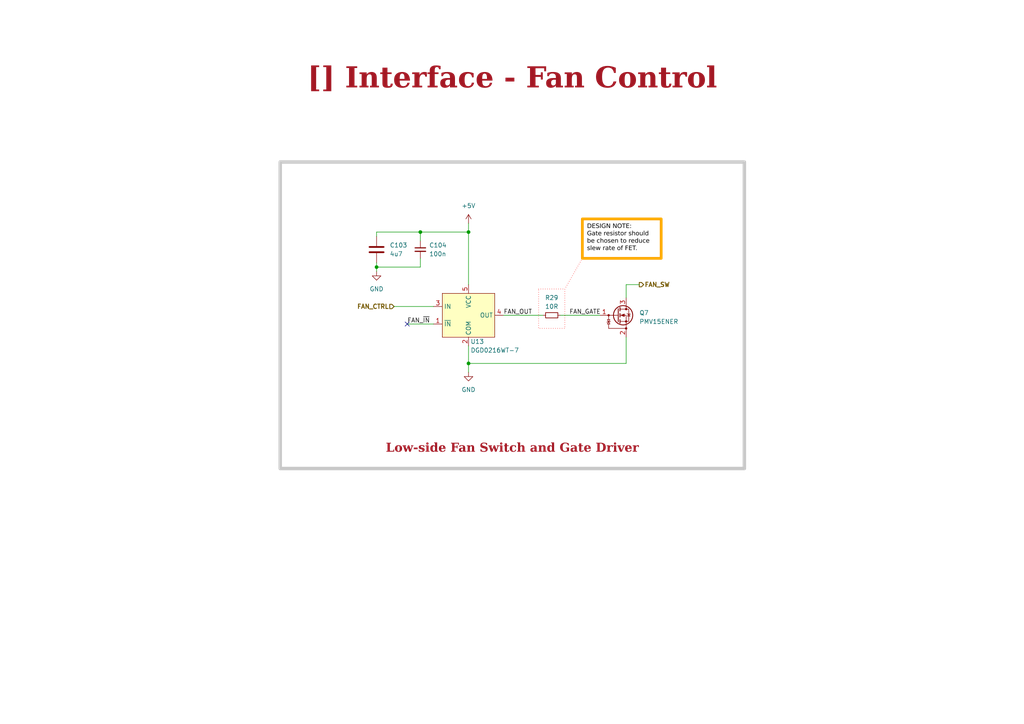
<source format=kicad_sch>
(kicad_sch (version 20230121) (generator eeschema)
  (paper "A4")
  (title_block (title "Interface - Fan Control") (date "2023-11-19") (rev "${REVISION}") (company "${COMPANY}") (comment 3 "Author: ${AUTHOR}"))
  (lib_symbols
    (symbol "0_gate_driver:DGD0216WT-7"
      (property "Reference" "U" (at -7.62 7.62 0))
      (property "Value" "DGD0216WT-7" (at 7.62 -7.62 0))
      (symbol "DGD0216WT-7_1_1"
        (rectangle (start -7.62 6.35) (end 7.62 -6.35) (fill (type background)))
        (pin input line (at -10.16 -2.54 0) (length 2.54) (name "~{IN}") (number "1"))
        (pin passive line (at 0 -8.89 90) (length 2.54) (name "COM") (number "2"))
        (pin input line (at -10.16 2.54 0) (length 2.54) (name "IN") (number "3"))
        (pin output line (at 10.16 0 180) (length 2.54) (name "OUT") (number "4"))
        (pin power_in line (at 0 8.89 270) (length 2.54) (name "VCC") (number "5"))
      )
    )
    (symbol "0_transistor_fet:PMV15ENER" (pin_names hide)
      (property "Reference" "Q" (at 5.08 1.905 0))
      (property "Value" "PMV15ENER" (at 5.08 0 0))
      (symbol "PMV15ENER_0_1"
        (circle (center -2.54 0) (radius 0.254) (fill (type outline)))
        (polyline (pts (xy -2.54 -3.81) (xy -2.54 -2.54)))
        (polyline (pts (xy -2.54 -3.81) (xy 2.54 -3.81)))
        (polyline (pts (xy -2.54 0) (xy -2.54 -1.27)))
        (polyline (pts (xy 0.254 0) (xy -2.54 0)))
        (polyline (pts (xy 0.254 1.905) (xy 0.254 -1.905)) (stroke (width 0.254)))
        (polyline (pts (xy 0.762 -1.27) (xy 0.762 -2.286)) (stroke (width 0.254)))
        (polyline (pts (xy 0.762 0.508) (xy 0.762 -0.508)) (stroke (width 0.254)))
        (polyline (pts (xy 0.762 2.286) (xy 0.762 1.27)) (stroke (width 0.254)))
        (polyline (pts (xy 2.54 2.54) (xy 2.54 1.778)))
        (polyline (pts (xy 2.54 -3.81) (xy 2.54 0) (xy 0.762 0)))
        (polyline (pts (xy -2.54 -1.905) (xy -2.921 -1.27) (xy -2.159 -1.27) (xy -2.54 -1.905)))
        (polyline (pts (xy -2.54 -1.905) (xy -2.159 -2.54) (xy -2.921 -2.54) (xy -2.54 -1.905)))
        (polyline (pts (xy -2.032 -1.778) (xy -2.159 -1.905) (xy -2.921 -1.905) (xy -3.048 -2.032)))
        (polyline (pts (xy 0.762 -1.778) (xy 3.302 -1.778) (xy 3.302 1.778) (xy 0.762 1.778)))
        (polyline (pts (xy 1.016 0) (xy 2.032 0.381) (xy 2.032 -0.381) (xy 1.016 0)) (fill (type outline)))
        (polyline (pts (xy 2.794 0.508) (xy 2.921 0.381) (xy 3.683 0.381) (xy 3.81 0.254)))
        (polyline (pts (xy 3.302 0.381) (xy 2.921 -0.254) (xy 3.683 -0.254) (xy 3.302 0.381)))
        (circle (center 1.651 0) (radius 2.794) (stroke (width 0.254)))
        (circle (center 2.54 -3.81) (radius 0.254) (fill (type outline)))
        (circle (center 2.54 -1.778) (radius 0.254) (fill (type outline)))
        (circle (center 2.54 1.778) (radius 0.254) (fill (type outline)))
      )
      (symbol "PMV15ENER_1_1"
        (pin input line (at -5.08 0 0) (length 2.54) (name "G") (number "1"))
        (pin passive line (at 2.54 -6.35 90) (length 2.54) (name "S") (number "2"))
        (pin passive line (at 2.54 5.08 270) (length 2.54) (name "D") (number "3"))
      )
    )
    (symbol "Device:C" (pin_numbers hide) (pin_names (offset 0.254))
      (property "Reference" "C" (at 0.635 2.54 0))
      (property "Value" "C" (at 0.635 -2.54 0))
      (symbol "C_0_1"
        (polyline (pts (xy -2.032 -0.762) (xy 2.032 -0.762)) (stroke (width 0.508)))
        (polyline (pts (xy -2.032 0.762) (xy 2.032 0.762)) (stroke (width 0.508)))
      )
      (symbol "C_1_1"
        (pin passive line (at 0 3.81 270) (length 2.794) (name "~") (number "1"))
        (pin passive line (at 0 -3.81 90) (length 2.794) (name "~") (number "2"))
      )
    )
    (symbol "Device:C_Small" (pin_numbers hide) (pin_names (offset 0.254) hide)
      (property "Reference" "C" (at 0.254 1.778 0))
      (property "Value" "C_Small" (at 0.254 -2.032 0))
      (symbol "C_Small_0_1"
        (polyline (pts (xy -1.524 -0.508) (xy 1.524 -0.508)) (stroke (width 0.3302)))
        (polyline (pts (xy -1.524 0.508) (xy 1.524 0.508)) (stroke (width 0.3048)))
      )
      (symbol "C_Small_1_1"
        (pin passive line (at 0 2.54 270) (length 2.032) (name "~") (number "1"))
        (pin passive line (at 0 -2.54 90) (length 2.032) (name "~") (number "2"))
      )
    )
    (symbol "Device:R_Small" (pin_numbers hide) (pin_names (offset 0.254) hide)
      (property "Reference" "R" (at 0.762 0.508 0))
      (property "Value" "R_Small" (at 0.762 -1.016 0))
      (symbol "R_Small_0_1"
        (rectangle (start -0.762 1.778) (end 0.762 -1.778) (stroke (width 0.2032)))
      )
      (symbol "R_Small_1_1"
        (pin passive line (at 0 2.54 270) (length 0.762) (name "~") (number "1"))
        (pin passive line (at 0 -2.54 90) (length 0.762) (name "~") (number "2"))
      )
    )
    (symbol "power:+5V" (power) (pin_names (offset 0))
      (property "Value" "+5V" (at 0 3.556 0))
      (symbol "+5V_0_1"
        (polyline (pts (xy -0.762 1.27) (xy 0 2.54)))
        (polyline (pts (xy 0 0) (xy 0 2.54)))
        (polyline (pts (xy 0 2.54) (xy 0.762 1.27)))
      )
      (symbol "+5V_1_1"
        (pin power_in line (at 0 0 90) (length 0) hide (name "+5V") (number "1"))
      )
    )
    (symbol "power:GND" (power) (pin_names (offset 0))
      (property "Value" "GND" (at 0 -3.81 0))
      (symbol "GND_0_1"
        (polyline (pts (xy 0 0) (xy 0 -1.27) (xy 1.27 -1.27) (xy 0 -2.54) (xy -1.27 -1.27) (xy 0 -1.27)))
      )
      (symbol "GND_1_1"
        (pin power_in line (at 0 0 270) (length 0) hide (name "GND") (number "1"))
      )
    )
  )
  (junction (at 135.89 67.31))
  (junction (at 135.89 105.41))
  (junction (at 121.92 67.31))
  (junction (at 109.22 77.47))
  (no_connect (at 118.11 93.98))
  (wire (pts (xy 109.22 77.47) (xy 109.22 76.2)))
  (wire (pts (xy 135.89 64.77) (xy 135.89 67.31)))
  (wire (pts (xy 146.05 91.44) (xy 157.48 91.44)))
  (wire (pts (xy 135.89 107.95) (xy 135.89 105.41)))
  (wire (pts (xy 181.61 82.55) (xy 181.61 86.36)))
  (wire (pts (xy 121.92 67.31) (xy 135.89 67.31)))
  (wire (pts (xy 109.22 67.31) (xy 121.92 67.31)))
  (wire (pts (xy 135.89 105.41) (xy 135.89 100.33)))
  (wire (pts (xy 109.22 78.74) (xy 109.22 77.47)))
  (wire (pts (xy 135.89 67.31) (xy 135.89 82.55)))
  (wire (pts (xy 181.61 105.41) (xy 181.61 97.79)))
  (wire (pts (xy 121.92 69.85) (xy 121.92 67.31)))
  (wire (pts (xy 109.22 77.47) (xy 121.92 77.47)))
  (wire (pts (xy 162.56 91.44) (xy 173.99 91.44)))
  (wire (pts (xy 185.42 82.55) (xy 181.61 82.55)))
  (wire (pts (xy 121.92 77.47) (xy 121.92 74.93)))
  (wire (pts (xy 135.89 105.41) (xy 181.61 105.41)))
  (wire (pts (xy 114.3 88.9) (xy 125.73 88.9)))
  (polyline (pts (xy 168.91 74.93) (xy 163.83 83.82)) (stroke (width 0) (type dot) (color 255 0 0 1)))
  (wire (pts (xy 109.22 68.58) (xy 109.22 67.31)))
  (wire (pts (xy 118.11 93.98) (xy 125.73 93.98)))
  (rectangle (start 81.28 46.99) (end 215.9 135.89) (stroke (width 1) (color 200 200 200 1)))
  (rectangle (start 156.21 83.82) (end 163.83 95.25) (stroke (width 0) (type dot) (color 255 0 0 1)))
  (text_box "Low-side Fan Switch and Gate Driver" (at 82.55 124.46 0) (size 132.08 8.89) (stroke (width -0.0001)) (effects (font (size 2.54 2.54) (thickness 0.508) bold) (justify bottom)))
  (text_box "DESIGN NOTE:\nGate resistor should be chosen to reduce slew rate of FET." (at 168.91 63.5 0) (size 22.86 11.43) (stroke (width 0.8) (color 255 165 0 1)) (effects (font (size 1.27 1.27)) (justify left top)))
  (text_box "[${#}] ${TITLE}" (at 80.01 16.51 0) (size 137.16 12.7) (stroke (width -0.0001)) (effects (font (size 6 6) (thickness 1.2) bold)))
  (label "FAN_OUT" (at 146.05 91.44 0))
  (label "FAN_GATE" (at 165.1 91.44 0))
  (label "FAN_~{IN}" (at 118.11 93.98 0))
  (hierarchical_label "FAN_SW" (shape output) (at 185.42 82.55 0) (effects (font (thickness 0.254) bold)))
  (hierarchical_label "FAN_CTRL" (shape input) (at 114.3 88.9 180) (effects (font (thickness 0.254) bold)))
  (symbol (lib_id "Device:C") (at 109.22 72.39 0) (unit 1)
    (property "Reference" "C103" (at 113.03 71.12 0) (effects (justify left)))
    (property "Value" "4u7" (at 113.03 73.66 0) (effects (justify left)))
    (property "Footprint" "0_capacitor_smd:C_0603_1608_DensityHigh" (effects hide))
  )
  (symbol (lib_id "Device:R_Small") (at 160.02 91.44 90) (unit 1)
    (property "Reference" "R29" (at 160.02 86.36 90))
    (property "Value" "10R" (at 160.02 88.9 90))
    (property "Footprint" "0_resistor_smd:R_0603_1608_DensityHigh" (effects hide))
  )
  (symbol (lib_id "power:GND") (at 109.22 78.74 0) (unit 1)
    (property "Reference" "#PWR058" (effects hide))
    (property "Value" "GND" (at 109.22 83.82 0))
  )
  (symbol (lib_id "power:+5V") (at 135.89 64.77 0) (unit 1)
    (property "Reference" "#PWR059" (effects hide))
    (property "Value" "+5V" (at 135.89 59.69 0))
  )
  (symbol (lib_id "power:GND") (at 135.89 107.95 0) (unit 1)
    (property "Reference" "#PWR060" (effects hide))
    (property "Value" "GND" (at 135.89 113.03 0))
  )
  (symbol (lib_id "0_gate_driver:DGD0216WT-7") (at 135.89 91.44 0) (unit 1)
    (property "Reference" "U13" (at 138.43 99.06 0))
    (property "Value" "DGD0216WT-7" (at 143.51 101.6 0))
    (property "Footprint" "Package_TO_SOT_SMD:TSOT-23-5" (effects hide))
    (property "Datasheet" "https://www.diodes.com/assets/Datasheets/DGD0215-0216.pdf" (effects hide))
  )
  (symbol (lib_id "0_transistor_fet:PMV15ENER") (at 179.07 91.44 0) (unit 1)
    (property "Reference" "Q7" (at 185.42 90.7415 0) (effects (justify left)))
    (property "Value" "PMV15ENER" (at 185.42 93.2815 0) (effects (justify left)))
    (property "Footprint" "0_package_SOT_TO_SMD:SOT-23-3" (effects hide))
    (property "Datasheet" "https://assets.nexperia.com/documents/data-sheet/PMV15ENE.pdf" (effects hide))
  )
  (symbol (lib_id "Device:C_Small") (at 121.92 72.39 0) (unit 1)
    (property "Reference" "C104" (at 124.46 71.1263 0) (effects (justify left)))
    (property "Value" "100n" (at 124.46 73.6663 0) (effects (justify left)))
    (property "Footprint" "0_capacitor_smd:C_0402_1005_DensityHigh" (effects hide))
  )
)
</source>
